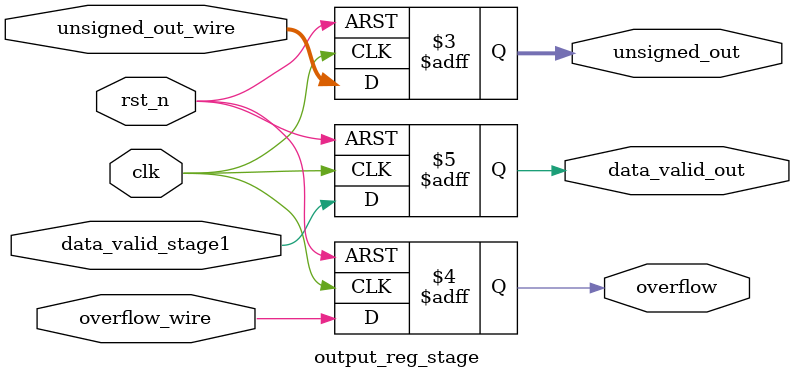
<source format=sv>
module signed2unsigned_unit #(
    parameter WIDTH = 8
)(
    input  wire                 clk,
    input  wire                 rst_n,
    input  wire                 data_valid_in,
    input  wire [WIDTH-1:0]     signed_in,
    output reg  [WIDTH-1:0]     unsigned_out,
    output reg                  overflow,
    output reg                  data_valid_out
);

    // 内部信号定义
    wire [WIDTH-1:0]   signed_in_reg;
    wire               data_valid_stage1;
    wire [WIDTH-1:0]   offset;
    wire [WIDTH-1:0]   unsigned_out_wire;
    wire               overflow_wire;

    // 实例化输入寄存器模块
    input_reg_stage #(
        .WIDTH(WIDTH)
    ) u_input_reg (
        .clk(clk),
        .rst_n(rst_n),
        .data_valid_in(data_valid_in),
        .signed_in(signed_in),
        .signed_in_reg(signed_in_reg),
        .data_valid_stage1(data_valid_stage1)
    );

    // 实例化转换计算模块
    conversion_calc #(
        .WIDTH(WIDTH)
    ) u_conversion (
        .clk(clk),
        .rst_n(rst_n),
        .data_valid_stage1(data_valid_stage1),
        .signed_in_reg(signed_in_reg),
        .unsigned_out(unsigned_out_wire),
        .overflow(overflow_wire)
    );

    // 实例化输出寄存器模块
    output_reg_stage #(
        .WIDTH(WIDTH)
    ) u_output_reg (
        .clk(clk),
        .rst_n(rst_n),
        .data_valid_stage1(data_valid_stage1),
        .unsigned_out_wire(unsigned_out_wire),
        .overflow_wire(overflow_wire),
        .unsigned_out(unsigned_out),
        .overflow(overflow),
        .data_valid_out(data_valid_out)
    );

endmodule

// 输入寄存器模块
module input_reg_stage #(
    parameter WIDTH = 8
)(
    input  wire                 clk,
    input  wire                 rst_n,
    input  wire                 data_valid_in,
    input  wire [WIDTH-1:0]     signed_in,
    output reg  [WIDTH-1:0]     signed_in_reg,
    output reg                  data_valid_stage1
);

    always @(posedge clk or negedge rst_n) begin
        if (~rst_n) begin
            signed_in_reg <= {WIDTH{1'b0}};
            data_valid_stage1 <= 1'b0;
        end else begin
            signed_in_reg <= signed_in;
            data_valid_stage1 <= data_valid_in;
        end
    end

endmodule

// 转换计算模块
module conversion_calc #(
    parameter WIDTH = 8
)(
    input  wire                 clk,
    input  wire                 rst_n,
    input  wire                 data_valid_stage1,
    input  wire [WIDTH-1:0]     signed_in_reg,
    output reg  [WIDTH-1:0]     unsigned_out,
    output reg                  overflow
);

    wire [WIDTH-1:0] offset = {1'b1, {(WIDTH-1){1'b0}}};

    always @(posedge clk or negedge rst_n) begin
        if (~rst_n) begin
            unsigned_out <= {WIDTH{1'b0}};
            overflow <= 1'b0;
        end else if (data_valid_stage1) begin
            unsigned_out <= signed_in_reg + offset;
            overflow <= signed_in_reg[WIDTH-1];
        end
    end

endmodule

// 输出寄存器模块
module output_reg_stage #(
    parameter WIDTH = 8
)(
    input  wire                 clk,
    input  wire                 rst_n,
    input  wire                 data_valid_stage1,
    input  wire [WIDTH-1:0]     unsigned_out_wire,
    input  wire                 overflow_wire,
    output reg  [WIDTH-1:0]     unsigned_out,
    output reg                  overflow,
    output reg                  data_valid_out
);

    always @(posedge clk or negedge rst_n) begin
        if (~rst_n) begin
            unsigned_out <= {WIDTH{1'b0}};
            overflow <= 1'b0;
            data_valid_out <= 1'b0;
        end else begin
            unsigned_out <= unsigned_out_wire;
            overflow <= overflow_wire;
            data_valid_out <= data_valid_stage1;
        end
    end

endmodule
</source>
